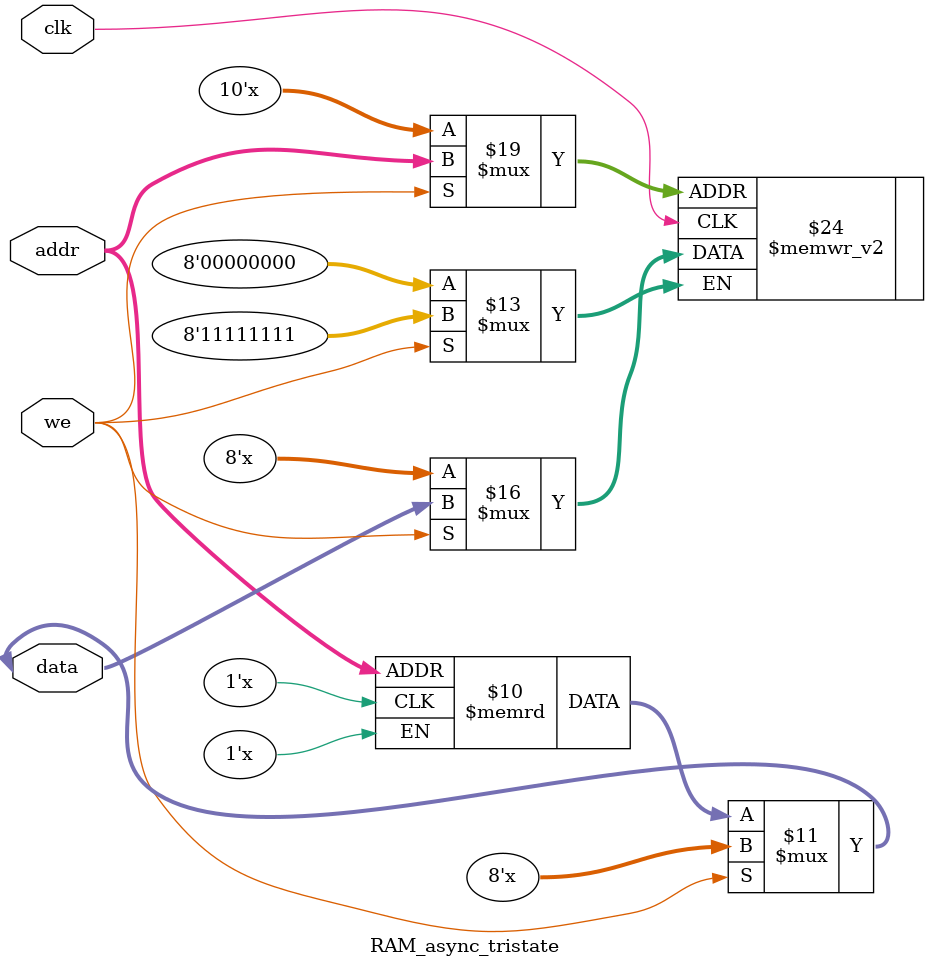
<source format=v>

`ifndef RAM_H
`define RAM_H

module RAM_sync(clk, addr, din, dout, we);
  
  parameter A = 10; // # of address bits
  parameter D = 8;  // # of data bits
  
  input  clk;		// clock
  input  [A-1:0] addr;	// address
  input  [D-1:0] din;	// data input
  output [D-1:0] dout;	// data output
  input  we;		// write enable
  
  reg [D-1:0] mem [0:(1<<A)-1]; // (1<<A)xD bit memory
  
  always @(posedge clk) begin
    if (we)		// if write enabled
      mem[addr] <= din;	// write memory from din
    dout <= mem[addr];	// read memory to dout (sync)
  end

endmodule

module RAM_async(clk, addr, din, dout, we);
  
  parameter A = 10; // # of address bits
  parameter D = 8;  // # of data bits
  
  input  clk;		// clock
  input  [A-1:0] addr;	// address
  input  [D-1:0] din;	// data input
  output [D-1:0] dout;	// data output
  input  we;		// write enable
  
  reg [D-1:0] mem [0:(1<<A)-1]; // (1<<A)xD bit memory
  
  always @(posedge clk) begin
    if (we)		// if write enabled
      mem[addr] <= din;	// write memory from din
  end

  assign dout = mem[addr]; // read memory to dout (async)

endmodule

module RAM_async_tristate(clk, addr, data, we);
  
  parameter A = 10; // # of address bits
  parameter D = 8;  // # of data bits
  
  input  clk;		// clock
  input  [A-1:0] addr;	// address
  inout  [D-1:0] data;	// data in/out
  input  we;		// write enable
  
  reg [D-1:0] mem [0:(1<<A)-1]; // (1<<A)xD bit memory
  
  always @(posedge clk) begin
    if (we)		 // if write enabled
      mem[addr] <= data; // write memory from data
  end

  assign data = !we ? mem[addr] : {D{1'bz}}; // read memory to data (async)

endmodule

`endif

</source>
